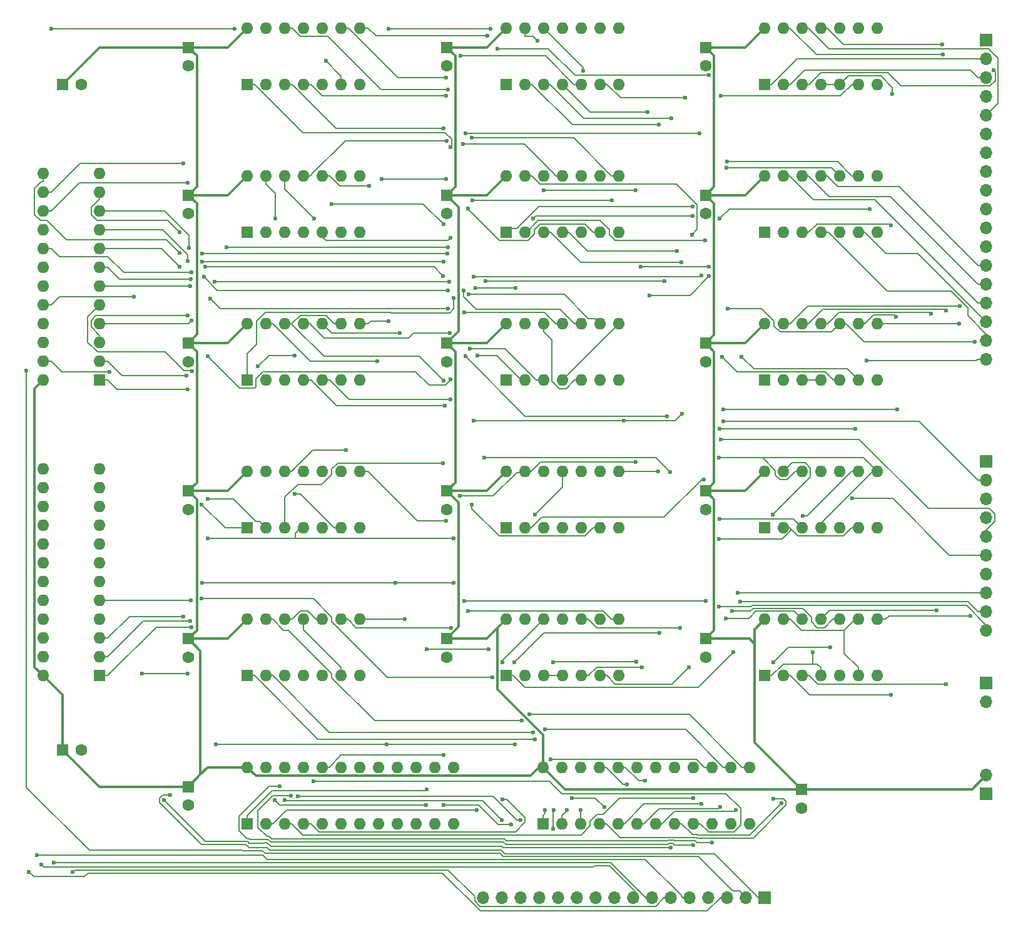
<source format=gbr>
G04 #@! TF.GenerationSoftware,KiCad,Pcbnew,8.0.8*
G04 #@! TF.CreationDate,2025-03-04T12:46:17-07:00*
G04 #@! TF.ProjectId,Decoder,4465636f-6465-4722-9e6b-696361645f70,0*
G04 #@! TF.SameCoordinates,Original*
G04 #@! TF.FileFunction,Copper,L1,Top*
G04 #@! TF.FilePolarity,Positive*
%FSLAX46Y46*%
G04 Gerber Fmt 4.6, Leading zero omitted, Abs format (unit mm)*
G04 Created by KiCad (PCBNEW 8.0.8) date 2025-03-04 12:46:17*
%MOMM*%
%LPD*%
G01*
G04 APERTURE LIST*
G04 #@! TA.AperFunction,ComponentPad*
%ADD10R,1.600000X1.600000*%
G04 #@! TD*
G04 #@! TA.AperFunction,ComponentPad*
%ADD11C,1.600000*%
G04 #@! TD*
G04 #@! TA.AperFunction,ComponentPad*
%ADD12O,1.600000X1.600000*%
G04 #@! TD*
G04 #@! TA.AperFunction,ComponentPad*
%ADD13R,1.700000X1.700000*%
G04 #@! TD*
G04 #@! TA.AperFunction,ComponentPad*
%ADD14O,1.700000X1.700000*%
G04 #@! TD*
G04 #@! TA.AperFunction,ViaPad*
%ADD15C,0.600000*%
G04 #@! TD*
G04 #@! TA.AperFunction,Conductor*
%ADD16C,0.319000*%
G04 #@! TD*
G04 #@! TA.AperFunction,Conductor*
%ADD17C,0.200000*%
G04 #@! TD*
G04 APERTURE END LIST*
D10*
X57040000Y-45455000D03*
D11*
X57040000Y-47955000D03*
D10*
X135040000Y-130455000D03*
D12*
X137580000Y-130455000D03*
X140120000Y-130455000D03*
X142660000Y-130455000D03*
X145200000Y-130455000D03*
X147740000Y-130455000D03*
X150280000Y-130455000D03*
X150280000Y-122835000D03*
X147740000Y-122835000D03*
X145200000Y-122835000D03*
X142660000Y-122835000D03*
X140120000Y-122835000D03*
X137580000Y-122835000D03*
X135040000Y-122835000D03*
D10*
X135040000Y-70455000D03*
D12*
X137580000Y-70455000D03*
X140120000Y-70455000D03*
X142660000Y-70455000D03*
X145200000Y-70455000D03*
X147740000Y-70455000D03*
X150280000Y-70455000D03*
X150280000Y-62835000D03*
X147740000Y-62835000D03*
X145200000Y-62835000D03*
X142660000Y-62835000D03*
X140120000Y-62835000D03*
X137580000Y-62835000D03*
X135040000Y-62835000D03*
D10*
X40040000Y-140455000D03*
D11*
X42540000Y-140455000D03*
D10*
X57040000Y-105455000D03*
D11*
X57040000Y-107955000D03*
D10*
X65040000Y-130455000D03*
D12*
X67580000Y-130455000D03*
X70120000Y-130455000D03*
X72660000Y-130455000D03*
X75200000Y-130455000D03*
X77740000Y-130455000D03*
X80280000Y-130455000D03*
X80280000Y-122835000D03*
X77740000Y-122835000D03*
X75200000Y-122835000D03*
X72660000Y-122835000D03*
X70120000Y-122835000D03*
X67580000Y-122835000D03*
X65040000Y-122835000D03*
D13*
X165040000Y-146455000D03*
D14*
X165040000Y-143915000D03*
D10*
X92040000Y-125455000D03*
D11*
X92040000Y-127955000D03*
D10*
X57040000Y-85455000D03*
D11*
X57040000Y-87955000D03*
D10*
X135040000Y-110455000D03*
D12*
X137580000Y-110455000D03*
X140120000Y-110455000D03*
X142660000Y-110455000D03*
X145200000Y-110455000D03*
X147740000Y-110455000D03*
X150280000Y-110455000D03*
X150280000Y-102835000D03*
X147740000Y-102835000D03*
X145200000Y-102835000D03*
X142660000Y-102835000D03*
X140120000Y-102835000D03*
X137580000Y-102835000D03*
X135040000Y-102835000D03*
D10*
X105040000Y-150455000D03*
D12*
X107580000Y-150455000D03*
X110120000Y-150455000D03*
X112660000Y-150455000D03*
X115200000Y-150455000D03*
X117740000Y-150455000D03*
X120280000Y-150455000D03*
X122820000Y-150455000D03*
X125360000Y-150455000D03*
X127900000Y-150455000D03*
X130440000Y-150455000D03*
X132980000Y-150455000D03*
X132980000Y-142835000D03*
X130440000Y-142835000D03*
X127900000Y-142835000D03*
X125360000Y-142835000D03*
X122820000Y-142835000D03*
X120280000Y-142835000D03*
X117740000Y-142835000D03*
X115200000Y-142835000D03*
X112660000Y-142835000D03*
X110120000Y-142835000D03*
X107580000Y-142835000D03*
X105040000Y-142835000D03*
D10*
X100040000Y-90455000D03*
D12*
X102580000Y-90455000D03*
X105120000Y-90455000D03*
X107660000Y-90455000D03*
X110200000Y-90455000D03*
X112740000Y-90455000D03*
X115280000Y-90455000D03*
X115280000Y-82835000D03*
X112740000Y-82835000D03*
X110200000Y-82835000D03*
X107660000Y-82835000D03*
X105120000Y-82835000D03*
X102580000Y-82835000D03*
X100040000Y-82835000D03*
D10*
X65040000Y-110455000D03*
D12*
X67580000Y-110455000D03*
X70120000Y-110455000D03*
X72660000Y-110455000D03*
X75200000Y-110455000D03*
X77740000Y-110455000D03*
X80280000Y-110455000D03*
X80280000Y-102835000D03*
X77740000Y-102835000D03*
X75200000Y-102835000D03*
X72660000Y-102835000D03*
X70120000Y-102835000D03*
X67580000Y-102835000D03*
X65040000Y-102835000D03*
D10*
X127040000Y-125455000D03*
D11*
X127040000Y-127955000D03*
D10*
X65040000Y-70455000D03*
D12*
X67580000Y-70455000D03*
X70120000Y-70455000D03*
X72660000Y-70455000D03*
X75200000Y-70455000D03*
X77740000Y-70455000D03*
X80280000Y-70455000D03*
X80280000Y-62835000D03*
X77740000Y-62835000D03*
X75200000Y-62835000D03*
X72660000Y-62835000D03*
X70120000Y-62835000D03*
X67580000Y-62835000D03*
X65040000Y-62835000D03*
D10*
X127040000Y-85455000D03*
D11*
X127040000Y-87955000D03*
D10*
X127040000Y-105455000D03*
D11*
X127040000Y-107955000D03*
D10*
X100040000Y-70455000D03*
D12*
X102580000Y-70455000D03*
X105120000Y-70455000D03*
X107660000Y-70455000D03*
X110200000Y-70455000D03*
X112740000Y-70455000D03*
X115280000Y-70455000D03*
X115280000Y-62835000D03*
X112740000Y-62835000D03*
X110200000Y-62835000D03*
X107660000Y-62835000D03*
X105120000Y-62835000D03*
X102580000Y-62835000D03*
X100040000Y-62835000D03*
D10*
X57040000Y-145455000D03*
D11*
X57040000Y-147955000D03*
D10*
X92040000Y-65455000D03*
D11*
X92040000Y-67955000D03*
D10*
X92040000Y-85455000D03*
D11*
X92040000Y-87955000D03*
D10*
X57040000Y-65455000D03*
D11*
X57040000Y-67955000D03*
D10*
X100040000Y-130455000D03*
D12*
X102580000Y-130455000D03*
X105120000Y-130455000D03*
X107660000Y-130455000D03*
X110200000Y-130455000D03*
X112740000Y-130455000D03*
X115280000Y-130455000D03*
X115280000Y-122835000D03*
X112740000Y-122835000D03*
X110200000Y-122835000D03*
X107660000Y-122835000D03*
X105120000Y-122835000D03*
X102580000Y-122835000D03*
X100040000Y-122835000D03*
D10*
X135040000Y-90455000D03*
D12*
X137580000Y-90455000D03*
X140120000Y-90455000D03*
X142660000Y-90455000D03*
X145200000Y-90455000D03*
X147740000Y-90455000D03*
X150280000Y-90455000D03*
X150280000Y-82835000D03*
X147740000Y-82835000D03*
X145200000Y-82835000D03*
X142660000Y-82835000D03*
X140120000Y-82835000D03*
X137580000Y-82835000D03*
X135040000Y-82835000D03*
D13*
X135040000Y-160455000D03*
D14*
X132500000Y-160455000D03*
X129960000Y-160455000D03*
X127420000Y-160455000D03*
X124880000Y-160455000D03*
X122340000Y-160455000D03*
X119800000Y-160455000D03*
X117260000Y-160455000D03*
X114720000Y-160455000D03*
X112180000Y-160455000D03*
X109640000Y-160455000D03*
X107100000Y-160455000D03*
X104560000Y-160455000D03*
X102020000Y-160455000D03*
X99480000Y-160455000D03*
X96940000Y-160455000D03*
D10*
X140065000Y-145849900D03*
D11*
X140065000Y-148349900D03*
D10*
X40040000Y-50455000D03*
D11*
X42540000Y-50455000D03*
D13*
X165040000Y-44455000D03*
D14*
X165040000Y-46995000D03*
X165040000Y-49535000D03*
X165040000Y-52075000D03*
X165040000Y-54615000D03*
X165040000Y-57155000D03*
X165040000Y-59695000D03*
X165040000Y-62235000D03*
X165040000Y-64775000D03*
X165040000Y-67315000D03*
X165040000Y-69855000D03*
X165040000Y-72395000D03*
X165040000Y-74935000D03*
X165040000Y-77475000D03*
X165040000Y-80015000D03*
X165040000Y-82555000D03*
X165040000Y-85095000D03*
X165040000Y-87635000D03*
D10*
X92040000Y-105455000D03*
D11*
X92040000Y-107955000D03*
D10*
X127040000Y-45455000D03*
D11*
X127040000Y-47955000D03*
D10*
X57040000Y-125455000D03*
D11*
X57040000Y-127955000D03*
D10*
X100040000Y-50455000D03*
D12*
X102580000Y-50455000D03*
X105120000Y-50455000D03*
X107660000Y-50455000D03*
X110200000Y-50455000D03*
X112740000Y-50455000D03*
X115280000Y-50455000D03*
X115280000Y-42835000D03*
X112740000Y-42835000D03*
X110200000Y-42835000D03*
X107660000Y-42835000D03*
X105120000Y-42835000D03*
X102580000Y-42835000D03*
X100040000Y-42835000D03*
D10*
X45040000Y-90455000D03*
D12*
X45040000Y-87915000D03*
X45040000Y-85375000D03*
X45040000Y-82835000D03*
X45040000Y-80295000D03*
X45040000Y-77755000D03*
X45040000Y-75215000D03*
X45040000Y-72675000D03*
X45040000Y-70135000D03*
X45040000Y-67595000D03*
X45040000Y-65055000D03*
X45040000Y-62515000D03*
X37420000Y-62515000D03*
X37420000Y-65055000D03*
X37420000Y-67595000D03*
X37420000Y-70135000D03*
X37420000Y-72675000D03*
X37420000Y-75215000D03*
X37420000Y-77755000D03*
X37420000Y-80295000D03*
X37420000Y-82835000D03*
X37420000Y-85375000D03*
X37420000Y-87915000D03*
X37420000Y-90455000D03*
D10*
X65040000Y-150455000D03*
D12*
X67580000Y-150455000D03*
X70120000Y-150455000D03*
X72660000Y-150455000D03*
X75200000Y-150455000D03*
X77740000Y-150455000D03*
X80280000Y-150455000D03*
X82820000Y-150455000D03*
X85360000Y-150455000D03*
X87900000Y-150455000D03*
X90440000Y-150455000D03*
X92980000Y-150455000D03*
X92980000Y-142835000D03*
X90440000Y-142835000D03*
X87900000Y-142835000D03*
X85360000Y-142835000D03*
X82820000Y-142835000D03*
X80280000Y-142835000D03*
X77740000Y-142835000D03*
X75200000Y-142835000D03*
X72660000Y-142835000D03*
X70120000Y-142835000D03*
X67580000Y-142835000D03*
X65040000Y-142835000D03*
D10*
X65040000Y-50455000D03*
D12*
X67580000Y-50455000D03*
X70120000Y-50455000D03*
X72660000Y-50455000D03*
X75200000Y-50455000D03*
X77740000Y-50455000D03*
X80280000Y-50455000D03*
X80280000Y-42835000D03*
X77740000Y-42835000D03*
X75200000Y-42835000D03*
X72660000Y-42835000D03*
X70120000Y-42835000D03*
X67580000Y-42835000D03*
X65040000Y-42835000D03*
D10*
X100040000Y-110455000D03*
D12*
X102580000Y-110455000D03*
X105120000Y-110455000D03*
X107660000Y-110455000D03*
X110200000Y-110455000D03*
X112740000Y-110455000D03*
X115280000Y-110455000D03*
X115280000Y-102835000D03*
X112740000Y-102835000D03*
X110200000Y-102835000D03*
X107660000Y-102835000D03*
X105120000Y-102835000D03*
X102580000Y-102835000D03*
X100040000Y-102835000D03*
D10*
X92040000Y-45455000D03*
D11*
X92040000Y-47955000D03*
D13*
X165040000Y-131455000D03*
D14*
X165040000Y-133995000D03*
D10*
X65040000Y-90455000D03*
D12*
X67580000Y-90455000D03*
X70120000Y-90455000D03*
X72660000Y-90455000D03*
X75200000Y-90455000D03*
X77740000Y-90455000D03*
X80280000Y-90455000D03*
X80280000Y-82835000D03*
X77740000Y-82835000D03*
X75200000Y-82835000D03*
X72660000Y-82835000D03*
X70120000Y-82835000D03*
X67580000Y-82835000D03*
X65040000Y-82835000D03*
D10*
X135040000Y-50455000D03*
D12*
X137580000Y-50455000D03*
X140120000Y-50455000D03*
X142660000Y-50455000D03*
X145200000Y-50455000D03*
X147740000Y-50455000D03*
X150280000Y-50455000D03*
X150280000Y-42835000D03*
X147740000Y-42835000D03*
X145200000Y-42835000D03*
X142660000Y-42835000D03*
X140120000Y-42835000D03*
X137580000Y-42835000D03*
X135040000Y-42835000D03*
D13*
X165040000Y-101455000D03*
D14*
X165040000Y-103995000D03*
X165040000Y-106535000D03*
X165040000Y-109075000D03*
X165040000Y-111615000D03*
X165040000Y-114155000D03*
X165040000Y-116695000D03*
X165040000Y-119235000D03*
X165040000Y-121775000D03*
X165040000Y-124315000D03*
D10*
X45040000Y-130455000D03*
D12*
X45040000Y-127915000D03*
X45040000Y-125375000D03*
X45040000Y-122835000D03*
X45040000Y-120295000D03*
X45040000Y-117755000D03*
X45040000Y-115215000D03*
X45040000Y-112675000D03*
X45040000Y-110135000D03*
X45040000Y-107595000D03*
X45040000Y-105055000D03*
X45040000Y-102515000D03*
X37420000Y-102515000D03*
X37420000Y-105055000D03*
X37420000Y-107595000D03*
X37420000Y-110135000D03*
X37420000Y-112675000D03*
X37420000Y-115215000D03*
X37420000Y-117755000D03*
X37420000Y-120295000D03*
X37420000Y-122835000D03*
X37420000Y-125375000D03*
X37420000Y-127915000D03*
X37420000Y-130455000D03*
D10*
X127040000Y-65455000D03*
D11*
X127040000Y-67955000D03*
D15*
X122367300Y-153716800D03*
X46419700Y-89326500D03*
X53760400Y-147289700D03*
X116383600Y-145141200D03*
X41369300Y-157000000D03*
X113317600Y-148218400D03*
X108983400Y-147013200D03*
X118880300Y-144661100D03*
X36559000Y-154685200D03*
X54581700Y-146555400D03*
X49678000Y-79193300D03*
X35500000Y-157000000D03*
X102020000Y-149970100D03*
X71879000Y-146712500D03*
X37165400Y-156000000D03*
X106430200Y-151178500D03*
X106491900Y-148628000D03*
X70120000Y-147290100D03*
X99480000Y-149960300D03*
X100750000Y-150576400D03*
X91585700Y-141174200D03*
X91585700Y-147917000D03*
X89189400Y-147936000D03*
X68728600Y-147289600D03*
X38825000Y-155725300D03*
X35165000Y-89155000D03*
X152957400Y-94465200D03*
X129440400Y-94465200D03*
X163484100Y-85244000D03*
X130061700Y-80779600D03*
X159546200Y-131574200D03*
X97481400Y-43905400D03*
X152811200Y-81902000D03*
X152335200Y-51788700D03*
X98869900Y-45633800D03*
X127527200Y-49259300D03*
X94529000Y-87271900D03*
X131353400Y-119235000D03*
X121864500Y-95360200D03*
X92480500Y-84068500D03*
X158288100Y-121648600D03*
X146873900Y-106456400D03*
X131725600Y-120458000D03*
X129104600Y-98452200D03*
X122414500Y-55019800D03*
X162925100Y-122379700D03*
X91972900Y-109492800D03*
X127051400Y-120370700D03*
X94352300Y-120370700D03*
X128867100Y-121089400D03*
X129441100Y-96033000D03*
X123798900Y-74496100D03*
X161370700Y-82835000D03*
X159199500Y-46431900D03*
X157515300Y-81487400D03*
X148843400Y-87838600D03*
X161449200Y-80474500D03*
X159580200Y-81083700D03*
X159085200Y-45033100D03*
X166021200Y-48581800D03*
X57504500Y-82397000D03*
X94351000Y-81280300D03*
X92152200Y-78360700D03*
X59145700Y-76520300D03*
X56971700Y-74346300D03*
X92523700Y-90359500D03*
X55846900Y-75125000D03*
X59713100Y-87272200D03*
X58869900Y-107278500D03*
X56960400Y-91685700D03*
X91593000Y-74422700D03*
X94335800Y-78374200D03*
X58881700Y-74422700D03*
X57119300Y-72617300D03*
X57009900Y-81718200D03*
X63348000Y-42994300D03*
X38552100Y-42994300D03*
X60628400Y-77132200D03*
X57507700Y-75915300D03*
X125290700Y-68277000D03*
X92375400Y-77132200D03*
X129856800Y-61716500D03*
X103692100Y-68639400D03*
X91543300Y-76376900D03*
X95130700Y-86233000D03*
X55839100Y-73225100D03*
X59343900Y-75125900D03*
X59680800Y-106504100D03*
X56830400Y-89834500D03*
X56957900Y-63764900D03*
X58877000Y-73371300D03*
X92121400Y-73371300D03*
X94962300Y-78883100D03*
X55835800Y-70478400D03*
X96133200Y-87120100D03*
X92157700Y-80769500D03*
X57395600Y-76835100D03*
X60038500Y-79478000D03*
X57535000Y-89283900D03*
X147341100Y-97086100D03*
X128906300Y-97086100D03*
X123187600Y-72977600D03*
X92985500Y-79357400D03*
X125217700Y-70784300D03*
X92519000Y-58949800D03*
X56348600Y-61180300D03*
X129260100Y-87275600D03*
X95955300Y-78019100D03*
X57315300Y-77755000D03*
X62227900Y-72532100D03*
X101307700Y-78019100D03*
X92177000Y-72532100D03*
X117624300Y-64766300D03*
X93764400Y-106148100D03*
X57439700Y-123888900D03*
X105120000Y-64766300D03*
X91547200Y-101722200D03*
X117624300Y-101532400D03*
X56405000Y-122421500D03*
X58933200Y-117868100D03*
X92947000Y-117868100D03*
X85104900Y-117868100D03*
X83850200Y-139690200D03*
X60786700Y-139690200D03*
X50811700Y-130125300D03*
X56997000Y-130125300D03*
X101251500Y-139690200D03*
X81510600Y-64209500D03*
X130766600Y-127285900D03*
X140190200Y-108819700D03*
X58861500Y-120034800D03*
X57407400Y-120295000D03*
X98203700Y-130688700D03*
X57283300Y-123061200D03*
X126810000Y-103900600D03*
X59680800Y-111882700D03*
X92971000Y-111882700D03*
X143930000Y-126572700D03*
X136212400Y-128624600D03*
X136212400Y-147050900D03*
X125360700Y-153351600D03*
X69405700Y-145431800D03*
X126463000Y-147797900D03*
X118226100Y-75097800D03*
X127536700Y-75097800D03*
X127900000Y-153019900D03*
X70920200Y-146677700D03*
X136168400Y-108624600D03*
X131173500Y-148609300D03*
X110155600Y-148615800D03*
X108251900Y-148614700D03*
X129006900Y-148181800D03*
X127497900Y-76432500D03*
X119409600Y-78991700D03*
X123597900Y-123972900D03*
X105349600Y-148615100D03*
X117656000Y-128563800D03*
X106428700Y-128639400D03*
X106116100Y-141733300D03*
X103982600Y-139034400D03*
X103726200Y-138095700D03*
X105275600Y-137731700D03*
X73984100Y-144755700D03*
X137332700Y-147652700D03*
X103210800Y-135671700D03*
X102187300Y-136546800D03*
X74098300Y-68639000D03*
X85706600Y-84116100D03*
X68850000Y-68625900D03*
X82650700Y-87941100D03*
X120764800Y-124619700D03*
X101141700Y-128620300D03*
X99574400Y-147154900D03*
X97681000Y-126846200D03*
X89332100Y-145837000D03*
X89332100Y-126846200D03*
X125417100Y-147011200D03*
X99569500Y-128621200D03*
X96106400Y-148573900D03*
X86313400Y-122835000D03*
X93881400Y-46577100D03*
X94859800Y-121677000D03*
X92582900Y-123953900D03*
X78401500Y-99911900D03*
X71481100Y-105898900D03*
X71479500Y-87121700D03*
X66459700Y-88616900D03*
X84105700Y-82454400D03*
X97939500Y-42963800D03*
X84105700Y-42963800D03*
X95664400Y-95966100D03*
X116003200Y-95966100D03*
X128890600Y-100967600D03*
X141548900Y-127293100D03*
X92538100Y-93072300D03*
X123884100Y-95033400D03*
X97120900Y-100929900D03*
X122240500Y-102904600D03*
X128882400Y-111967000D03*
X91564500Y-90533600D03*
X95426700Y-107277300D03*
X91725400Y-93926500D03*
X97244700Y-77105500D03*
X128946400Y-109234700D03*
X92569400Y-71222600D03*
X121450300Y-77105500D03*
X92059100Y-58104400D03*
X75675400Y-47288700D03*
X126498700Y-76319600D03*
X91557300Y-69376600D03*
X131904500Y-87289400D03*
X95665700Y-76491100D03*
X76470000Y-66645700D03*
X94903000Y-67278100D03*
X91968400Y-63247700D03*
X83179600Y-63247700D03*
X92172000Y-51165000D03*
X129978300Y-60903900D03*
X126190300Y-57115900D03*
X94578400Y-57115900D03*
X91565800Y-56378100D03*
X95504700Y-66132200D03*
X114380000Y-66132200D03*
X91925200Y-49551200D03*
X95374500Y-57719800D03*
X91961500Y-52009700D03*
X94242200Y-58560600D03*
X110455400Y-48636900D03*
X120731500Y-55918800D03*
X124261100Y-52295000D03*
X124804900Y-129273900D03*
X104312800Y-44567800D03*
X119229500Y-54222400D03*
X129748600Y-122700400D03*
X128971400Y-68631300D03*
X149296300Y-67347100D03*
X127001700Y-71558000D03*
X125274600Y-66976700D03*
X129104600Y-52028700D03*
X103945500Y-108635300D03*
X118433200Y-129318500D03*
X130630200Y-121721000D03*
X120614700Y-102835000D03*
X152140000Y-133001100D03*
X152140000Y-69574200D03*
D16*
X62420000Y-105455000D02*
X65040000Y-102835000D01*
X40040000Y-140455000D02*
X40040000Y-133075000D01*
X58199500Y-84295000D02*
X58199500Y-66615000D01*
X165040000Y-143915000D02*
X163105000Y-145849900D01*
X62420000Y-65455000D02*
X65040000Y-62835000D01*
X108055000Y-145849900D02*
X105040000Y-142835000D01*
X58199500Y-104295000D02*
X58199500Y-86615000D01*
X58665000Y-143830000D02*
X57040000Y-145455000D01*
X92040000Y-65455000D02*
X93199500Y-64295000D01*
X127040000Y-85455000D02*
X128165000Y-84330000D01*
X92040000Y-65455000D02*
X97420000Y-65455000D01*
X65040000Y-142835000D02*
X59660000Y-142835000D01*
X45040000Y-45455000D02*
X40040000Y-50455000D01*
X62420000Y-85455000D02*
X65040000Y-82835000D01*
X128199000Y-104295000D02*
X128199000Y-86615000D01*
X57040000Y-85455000D02*
X62420000Y-85455000D01*
X58199500Y-46615000D02*
X57040000Y-45455000D01*
X37420000Y-130455000D02*
X36260500Y-129295500D01*
X97420000Y-85455000D02*
X100040000Y-82835000D01*
X66199500Y-143994500D02*
X65040000Y-142835000D01*
X97420000Y-65455000D02*
X100040000Y-62835000D01*
X57040000Y-65455000D02*
X58199500Y-64295000D01*
X92040000Y-125455000D02*
X93665000Y-123830000D01*
X57040000Y-125455000D02*
X58199500Y-124295500D01*
X92040000Y-85455000D02*
X93665000Y-83830000D01*
X93665000Y-83830000D02*
X93665000Y-67080000D01*
X128199000Y-46615000D02*
X127040000Y-45455000D01*
X105040000Y-142835000D02*
X104485000Y-142835000D01*
X92040000Y-125455000D02*
X97420000Y-125455000D01*
X57040000Y-65455000D02*
X62420000Y-65455000D01*
X133665000Y-126155000D02*
X133665000Y-124155000D01*
X132965000Y-125455000D02*
X133665000Y-126155000D01*
X92040000Y-105455000D02*
X93199500Y-104295000D01*
X103325500Y-143994500D02*
X66199500Y-143994500D01*
X128199000Y-83621000D02*
X128199000Y-66615000D01*
X133665000Y-139449900D02*
X133665000Y-126155000D01*
X57040000Y-105455000D02*
X58199500Y-104295000D01*
X128165000Y-83655000D02*
X128199000Y-83621000D01*
X104485000Y-142835000D02*
X103325500Y-143994500D01*
X57040000Y-85455000D02*
X58199500Y-84295000D01*
X105040000Y-142835000D02*
X105040000Y-138455000D01*
X105040000Y-138455000D02*
X98880500Y-132295500D01*
X133720000Y-124155000D02*
X135040000Y-122835000D01*
X93665000Y-107080000D02*
X92040000Y-105455000D01*
X92040000Y-105455000D02*
X97420000Y-105455000D01*
X127040000Y-105455000D02*
X128199000Y-104295000D01*
X92040000Y-45455000D02*
X97420000Y-45455000D01*
X127040000Y-65455000D02*
X128199000Y-64295000D01*
X98880500Y-123994500D02*
X100040000Y-122835000D01*
X58665000Y-127080000D02*
X57040000Y-125455000D01*
X57040000Y-145455000D02*
X45040000Y-145455000D01*
X128199000Y-106615000D02*
X127040000Y-105455000D01*
X93199500Y-86615000D02*
X92040000Y-85455000D01*
X132420000Y-65455000D02*
X135040000Y-62835000D01*
X140065000Y-145849900D02*
X108055000Y-145849900D01*
X97420000Y-105455000D02*
X100040000Y-102835000D01*
X97420000Y-45455000D02*
X100040000Y-42835000D01*
X128199000Y-86615000D02*
X127040000Y-85455000D01*
X58199500Y-66615000D02*
X57040000Y-65455000D01*
X97420000Y-125455000D02*
X98880500Y-123994500D01*
X57040000Y-105455000D02*
X62420000Y-105455000D01*
X140065000Y-145849900D02*
X133665000Y-139449900D01*
X59660000Y-142835000D02*
X58665000Y-143830000D01*
X92040000Y-85455000D02*
X97420000Y-85455000D01*
X128199000Y-66615000D02*
X127040000Y-65455000D01*
X127040000Y-125455000D02*
X132965000Y-125455000D01*
X98880500Y-123994500D02*
X100040000Y-122835000D01*
X133665000Y-124155000D02*
X133720000Y-124155000D01*
X93199500Y-46615000D02*
X92040000Y-45455000D01*
X128199000Y-64295000D02*
X128199000Y-46615000D01*
X93199500Y-64295000D02*
X93199500Y-46615000D01*
X132420000Y-105455000D02*
X135040000Y-102835000D01*
X58665000Y-143830000D02*
X58665000Y-127080000D01*
X93199500Y-104295000D02*
X93199500Y-86615000D01*
X36260500Y-91615000D02*
X37420000Y-90455000D01*
X128165000Y-84330000D02*
X128165000Y-83655000D01*
X127040000Y-45455000D02*
X132420000Y-45455000D01*
X36260500Y-129295500D02*
X36260500Y-91615000D01*
X93665000Y-123830000D02*
X93665000Y-107080000D01*
X128199000Y-124295500D02*
X128199000Y-106615000D01*
X58199500Y-124295500D02*
X58199500Y-106615000D01*
X132420000Y-85455000D02*
X135040000Y-82835000D01*
X98880500Y-132295500D02*
X98880500Y-123994500D01*
X127040000Y-85455000D02*
X132420000Y-85455000D01*
X163105000Y-145849900D02*
X140065000Y-145849900D01*
X62420000Y-45455000D02*
X65040000Y-42835000D01*
X57040000Y-45455000D02*
X62420000Y-45455000D01*
X127040000Y-65455000D02*
X132420000Y-65455000D01*
X62420000Y-125455000D02*
X65040000Y-122835000D01*
X40040000Y-133075000D02*
X37420000Y-130455000D01*
X57040000Y-125455000D02*
X62420000Y-125455000D01*
X58199500Y-86615000D02*
X57040000Y-85455000D01*
X45040000Y-145455000D02*
X40040000Y-140455000D01*
X132420000Y-45455000D02*
X135040000Y-42835000D01*
X58199500Y-64295000D02*
X58199500Y-46615000D01*
X127040000Y-105455000D02*
X132420000Y-105455000D01*
X127040000Y-125455000D02*
X128199000Y-124295500D01*
X57040000Y-45455000D02*
X45040000Y-45455000D01*
X93665000Y-67080000D02*
X92040000Y-65455000D01*
X57040000Y-145455000D02*
X58665000Y-143830000D01*
X58199500Y-106615000D02*
X57040000Y-105455000D01*
D17*
X99454900Y-153515800D02*
X68193400Y-153515800D01*
X67673900Y-152996300D02*
X67341300Y-152996300D01*
X59349300Y-152878600D02*
X53760400Y-147289700D01*
X68193400Y-153515800D02*
X67673900Y-152996300D01*
X46419700Y-89326500D02*
X39933200Y-89326500D01*
X37420000Y-87915000D02*
X38521700Y-87915000D01*
X67270700Y-153066900D02*
X65290800Y-153066900D01*
X39933200Y-89326500D02*
X38521700Y-87915000D01*
X65102500Y-152878600D02*
X59349300Y-152878600D01*
X99655900Y-153716800D02*
X99454900Y-153515800D01*
X122367300Y-153716800D02*
X99655900Y-153716800D01*
X65290800Y-153066900D02*
X65102500Y-152878600D01*
X67341300Y-152996300D02*
X67270700Y-153066900D01*
X115930200Y-145141200D02*
X116383600Y-145141200D01*
X113624000Y-142835000D02*
X115930200Y-145141200D01*
X112660000Y-142835000D02*
X113624000Y-142835000D01*
X96485854Y-161627200D02*
X98500000Y-161627200D01*
X41369300Y-157000000D02*
X41644000Y-156725300D01*
X120260600Y-161627200D02*
X98500000Y-161627200D01*
X121432800Y-160455000D02*
X120260600Y-161627200D01*
X95790000Y-160290000D02*
X95790000Y-160931346D01*
X92225300Y-156725300D02*
X95790000Y-160290000D01*
X41644000Y-156725300D02*
X92225300Y-156725300D01*
X122340000Y-160455000D02*
X121432800Y-160455000D01*
X95790000Y-160931346D02*
X96485854Y-161627200D01*
X113317600Y-148218400D02*
X112112400Y-147013200D01*
X112112400Y-147013200D02*
X108983400Y-147013200D01*
X117990100Y-144661100D02*
X118880300Y-144661100D01*
X116164000Y-142835000D02*
X117990100Y-144661100D01*
X115200000Y-142835000D02*
X116164000Y-142835000D01*
X124880000Y-160455000D02*
X123965000Y-160455000D01*
X67729200Y-155323600D02*
X118882800Y-155323600D01*
X123965000Y-160455000D02*
X123728300Y-160218300D01*
X36559000Y-154685200D02*
X67090800Y-154685200D01*
X118882800Y-155323600D02*
X123728300Y-160169100D01*
X123728300Y-160169100D02*
X123728300Y-160218300D01*
X67090800Y-154685200D02*
X67729200Y-155323600D01*
X64865400Y-153280300D02*
X58837400Y-153280300D01*
X58837400Y-153280300D02*
X53144200Y-147587100D01*
X128241400Y-154520200D02*
X99889100Y-154520200D01*
X39623400Y-79193300D02*
X49678000Y-79193300D01*
X38521700Y-80295000D02*
X39623400Y-79193300D01*
X37420000Y-80295000D02*
X38521700Y-80295000D01*
X135040000Y-160455000D02*
X134176200Y-160455000D01*
X67719300Y-153680500D02*
X65265600Y-153680500D01*
X53144200Y-147587100D02*
X53144200Y-147007300D01*
X68068400Y-154029600D02*
X67719300Y-153680500D01*
X99398500Y-154029600D02*
X68068400Y-154029600D01*
X99889100Y-154520200D02*
X99398500Y-154029600D01*
X53144200Y-147007300D02*
X53596100Y-146555400D01*
X65265600Y-153680500D02*
X64865400Y-153280300D01*
X53596100Y-146555400D02*
X54581700Y-146555400D01*
X134176200Y-160455000D02*
X128241400Y-154520200D01*
X91418269Y-157125300D02*
X43500000Y-157125300D01*
X36100000Y-157600000D02*
X35500000Y-157000000D01*
X127280100Y-162271100D02*
X96564069Y-162271100D01*
X129096200Y-160455000D02*
X127280100Y-162271100D01*
X129960000Y-160455000D02*
X129096200Y-160455000D01*
X96564069Y-162271100D02*
X91418269Y-157125300D01*
X43500000Y-157125300D02*
X43025300Y-157600000D01*
X43025300Y-157600000D02*
X36100000Y-157600000D01*
X71879000Y-146712500D02*
X98281200Y-146712500D01*
X101538800Y-149970100D02*
X102020000Y-149970100D01*
X98281200Y-146712500D02*
X101538800Y-149970100D01*
X117500000Y-159603886D02*
X114021414Y-156125300D01*
X111800000Y-156325300D02*
X37490700Y-156325300D01*
X117260000Y-160455000D02*
X117500000Y-160215000D01*
X112000000Y-156125300D02*
X111800000Y-156325300D01*
X117500000Y-160215000D02*
X117500000Y-159603886D01*
X114021414Y-156125300D02*
X112000000Y-156125300D01*
X37490700Y-156325300D02*
X37165400Y-156000000D01*
X106430200Y-151178500D02*
X106430200Y-148689700D01*
X106430200Y-148689700D02*
X106491900Y-148628000D01*
X70120000Y-147290100D02*
X70145100Y-147315200D01*
X96834900Y-147315200D02*
X99480000Y-149960300D01*
X70145100Y-147315200D02*
X96834900Y-147315200D01*
X98960100Y-150576400D02*
X96300700Y-147917000D01*
X100750000Y-150576400D02*
X98960100Y-150576400D01*
X77734200Y-141174200D02*
X91585700Y-141174200D01*
X76073400Y-142835000D02*
X77734200Y-141174200D01*
X75200000Y-142835000D02*
X76073400Y-142835000D01*
X96300700Y-147917000D02*
X91585700Y-147917000D01*
X68728600Y-147289600D02*
X69375000Y-147936000D01*
X69375000Y-147936000D02*
X89189400Y-147936000D01*
X118916800Y-160455000D02*
X114187100Y-155725300D01*
X114187100Y-155725300D02*
X38825000Y-155725300D01*
X119800000Y-160455000D02*
X118916800Y-160455000D01*
X67458700Y-154485100D02*
X99196100Y-154485100D01*
X67057300Y-154083700D02*
X67458700Y-154485100D01*
X35165000Y-145550500D02*
X35165000Y-89155000D01*
X99196100Y-154485100D02*
X99632900Y-154921900D01*
X43665000Y-154050500D02*
X35165000Y-145550500D01*
X64403400Y-154083700D02*
X67057300Y-154083700D01*
X131624100Y-159579100D02*
X130740900Y-159579100D01*
X132500000Y-160455000D02*
X131624100Y-159579100D01*
X43665000Y-154050500D02*
X64370200Y-154050500D01*
X99632900Y-154921900D02*
X126083700Y-154921900D01*
X126083700Y-154921900D02*
X130740900Y-159579100D01*
X64370200Y-154050500D02*
X64403400Y-154083700D01*
X152957400Y-94465200D02*
X129440400Y-94465200D01*
X134576900Y-80779600D02*
X130061700Y-80779600D01*
X137122100Y-83947100D02*
X136310000Y-83135000D01*
X145200000Y-82835000D02*
X144087900Y-83947100D01*
X146073400Y-82835000D02*
X148482400Y-85244000D01*
X144087900Y-83947100D02*
X137122100Y-83947100D01*
X148482400Y-85244000D02*
X163484100Y-85244000D01*
X136310000Y-83135000D02*
X136310000Y-82512700D01*
X145200000Y-82835000D02*
X146073400Y-82835000D01*
X136310000Y-82512700D02*
X134576900Y-80779600D01*
X140120000Y-130455000D02*
X141084000Y-130455000D01*
X141084000Y-130455000D02*
X142203200Y-131574200D01*
X142203200Y-131574200D02*
X159546200Y-131574200D01*
X98869900Y-45633800D02*
X105776900Y-45633800D01*
X148613400Y-82835000D02*
X149761300Y-81687100D01*
X80280000Y-42835000D02*
X81381700Y-42835000D01*
X142660000Y-50455000D02*
X145200000Y-50455000D01*
X146343900Y-49311100D02*
X145200000Y-50455000D01*
X149761300Y-81687100D02*
X152596300Y-81687100D01*
X81381700Y-42835000D02*
X82452100Y-43905400D01*
X152596300Y-81687100D02*
X152811200Y-81902000D01*
X109402400Y-49259300D02*
X127527200Y-49259300D01*
X152335200Y-50881300D02*
X150765000Y-49311100D01*
X152335200Y-51788700D02*
X152335200Y-50881300D01*
X150765000Y-49311100D02*
X146343900Y-49311100D01*
X105776900Y-45633800D02*
X109402400Y-49259300D01*
X147740000Y-82835000D02*
X148613400Y-82835000D01*
X82452100Y-43905400D02*
X97481400Y-43905400D01*
X165040000Y-119235000D02*
X131353400Y-119235000D01*
X92480500Y-84068500D02*
X87515300Y-84068500D01*
X86819900Y-84763900D02*
X75462300Y-84763900D01*
X87515300Y-84068500D02*
X86819900Y-84763900D01*
X72660000Y-82835000D02*
X73538400Y-82835000D01*
X75462300Y-84763900D02*
X73761700Y-83063300D01*
X121864500Y-95360200D02*
X102617300Y-95360200D01*
X73761700Y-83063300D02*
X73761700Y-83058300D01*
X102617300Y-95360200D02*
X94529000Y-87271900D01*
X73538400Y-82835000D02*
X73761700Y-83058300D01*
X142660000Y-122835000D02*
X143846400Y-121648600D01*
X143846400Y-121648600D02*
X158288100Y-121648600D01*
X152345500Y-106456400D02*
X146873900Y-106456400D01*
X160044100Y-114155000D02*
X152345500Y-106456400D01*
X165040000Y-114155000D02*
X160044100Y-114155000D01*
X162571300Y-120458000D02*
X131725600Y-120458000D01*
X165040000Y-121775000D02*
X163888300Y-121775000D01*
X163888300Y-121775000D02*
X162571300Y-120458000D01*
X166191700Y-108562600D02*
X165434100Y-107805000D01*
X110558200Y-55019800D02*
X122414500Y-55019800D01*
X105993400Y-50455000D02*
X110558200Y-55019800D01*
X147854400Y-98452200D02*
X129104600Y-98452200D01*
X105120000Y-50455000D02*
X105993400Y-50455000D01*
X165040000Y-110751300D02*
X166191700Y-109599600D01*
X165040000Y-111615000D02*
X165040000Y-110751300D01*
X150280000Y-122835000D02*
X151381700Y-122835000D01*
X151381700Y-122835000D02*
X151837000Y-122379700D01*
X151837000Y-122379700D02*
X162925100Y-122379700D01*
X157207200Y-107805000D02*
X147854400Y-98452200D01*
X165434100Y-107805000D02*
X157207200Y-107805000D01*
X166191700Y-109599600D02*
X166191700Y-108562600D01*
X165040000Y-123599900D02*
X162357700Y-120917600D01*
X88039500Y-109492800D02*
X91972900Y-109492800D01*
X133141300Y-121089400D02*
X128867100Y-121089400D01*
X127051400Y-120370700D02*
X94352300Y-120370700D01*
X165040000Y-124315000D02*
X165040000Y-123599900D01*
X162357700Y-120917600D02*
X133313100Y-120917600D01*
X133313100Y-120917600D02*
X133141300Y-121089400D01*
X80280000Y-102835000D02*
X81381700Y-102835000D01*
X81381700Y-102835000D02*
X88039500Y-109492800D01*
X106084000Y-70455000D02*
X110125100Y-74496100D01*
X163888300Y-103995000D02*
X155926300Y-96033000D01*
X110125100Y-74496100D02*
X123798900Y-74496100D01*
X155926300Y-96033000D02*
X129441100Y-96033000D01*
X165040000Y-103995000D02*
X163888300Y-103995000D01*
X105120000Y-70455000D02*
X106084000Y-70455000D01*
X150280000Y-82835000D02*
X161370700Y-82835000D01*
X139425400Y-47033600D02*
X165001400Y-47033600D01*
X165001400Y-47033600D02*
X165040000Y-46995000D01*
X135040000Y-50455000D02*
X136004000Y-50455000D01*
X136004000Y-50455000D02*
X139425400Y-47033600D01*
X142050300Y-46431900D02*
X159199500Y-46431900D01*
X137580000Y-42835000D02*
X138453400Y-42835000D01*
X138453400Y-42835000D02*
X142050300Y-46431900D01*
X142660000Y-70455000D02*
X143641800Y-70455000D01*
X162504900Y-81766200D02*
X165040000Y-84301300D01*
X160269200Y-78443500D02*
X162504900Y-80679200D01*
X143641800Y-70455000D02*
X151630300Y-78443500D01*
X151630300Y-78443500D02*
X160269200Y-78443500D01*
X162504900Y-80679200D02*
X162504900Y-81766200D01*
X165040000Y-84301300D02*
X165040000Y-85095000D01*
X145105800Y-81285400D02*
X157313300Y-81285400D01*
X157313300Y-81285400D02*
X157515300Y-81487400D01*
X142660000Y-82835000D02*
X143556200Y-82835000D01*
X143556200Y-82835000D02*
X145105800Y-81285400D01*
X151471100Y-73312700D02*
X155797700Y-73312700D01*
X155797700Y-73312700D02*
X165040000Y-82555000D01*
X148613400Y-70455000D02*
X151471100Y-73312700D01*
X147740000Y-70455000D02*
X148613400Y-70455000D01*
X165348300Y-45634800D02*
X166632700Y-46919200D01*
X140993400Y-42835000D02*
X143793200Y-45634800D01*
X166632700Y-46919200D02*
X166632700Y-53022300D01*
X143793200Y-45634800D02*
X165348300Y-45634800D01*
X166632700Y-53022300D02*
X165040000Y-54615000D01*
X140120000Y-42835000D02*
X140993400Y-42835000D01*
X138544000Y-50455000D02*
X140491300Y-48507700D01*
X140491300Y-48507700D02*
X162861000Y-48507700D01*
X163888300Y-49535000D02*
X165040000Y-49535000D01*
X137580000Y-50455000D02*
X138544000Y-50455000D01*
X162861000Y-48507700D02*
X163888300Y-49535000D01*
X163888300Y-87635000D02*
X163684700Y-87838600D01*
X165040000Y-87635000D02*
X163888300Y-87635000D01*
X163684700Y-87838600D02*
X148843400Y-87838600D01*
X137580000Y-82835000D02*
X138544000Y-82835000D01*
X138544000Y-82835000D02*
X140904500Y-80474500D01*
X140904500Y-80474500D02*
X161449200Y-80474500D01*
X138453400Y-62835000D02*
X141665900Y-66047500D01*
X149920800Y-66047500D02*
X163888300Y-80015000D01*
X137580000Y-62835000D02*
X138453400Y-62835000D01*
X141665900Y-66047500D02*
X149920800Y-66047500D01*
X163888300Y-80015000D02*
X165040000Y-80015000D01*
X140993400Y-82835000D02*
X142944800Y-80883600D01*
X140120000Y-82835000D02*
X140993400Y-82835000D01*
X142944800Y-80883600D02*
X159380100Y-80883600D01*
X159380100Y-80883600D02*
X159580200Y-81083700D01*
X142660000Y-42835000D02*
X143533400Y-42835000D01*
X143533400Y-42835000D02*
X145731500Y-45033100D01*
X145731500Y-45033100D02*
X159085200Y-45033100D01*
X140120000Y-50455000D02*
X141084000Y-50455000D01*
X151673500Y-48909400D02*
X153452500Y-50688400D01*
X153452500Y-50688400D02*
X165528800Y-50688400D01*
X141084000Y-50455000D02*
X142629600Y-48909400D01*
X142629600Y-48909400D02*
X151673500Y-48909400D01*
X166231000Y-48791600D02*
X166021200Y-48581800D01*
X165528800Y-50688400D02*
X166231000Y-49986200D01*
X166231000Y-49986200D02*
X166231000Y-48791600D01*
X143533400Y-62835000D02*
X144973200Y-64274800D01*
X142660000Y-62835000D02*
X143533400Y-62835000D01*
X163888300Y-74935000D02*
X165040000Y-74935000D01*
X144973200Y-64274800D02*
X153228100Y-64274800D01*
X153228100Y-64274800D02*
X163888300Y-74935000D01*
X163888300Y-77475000D02*
X165040000Y-77475000D01*
X140993400Y-62835000D02*
X143763000Y-65604600D01*
X152017900Y-65604600D02*
X163888300Y-77475000D01*
X143763000Y-65604600D02*
X152017900Y-65604600D01*
X140120000Y-62835000D02*
X140993400Y-62835000D01*
X45040000Y-82835000D02*
X46141700Y-82835000D01*
X57066500Y-82835000D02*
X57504500Y-82397000D01*
X46141700Y-82835000D02*
X57066500Y-82835000D01*
X60986100Y-78360700D02*
X59145700Y-76520300D01*
X56971700Y-73494500D02*
X56971700Y-74346300D01*
X92152200Y-78360700D02*
X60986100Y-78360700D01*
X45040000Y-70135000D02*
X53612200Y-70135000D01*
X105231900Y-81280300D02*
X94351000Y-81280300D01*
X107660000Y-82835000D02*
X106786600Y-82835000D01*
X53612200Y-70135000D02*
X56971700Y-73494500D01*
X106786600Y-82835000D02*
X105231900Y-81280300D01*
X67104600Y-89330800D02*
X87804500Y-89330800D01*
X55846900Y-75125000D02*
X53396900Y-72675000D01*
X59713100Y-87272200D02*
X63997600Y-91556700D01*
X87804500Y-89330800D02*
X89609100Y-91135400D01*
X66168400Y-91410400D02*
X66168400Y-90267000D01*
X89609100Y-91135400D02*
X91864400Y-91135400D01*
X66022100Y-91556700D02*
X66168400Y-91410400D01*
X53396900Y-72675000D02*
X46141700Y-72675000D01*
X92523600Y-90476200D02*
X92523600Y-90359500D01*
X63997600Y-91556700D02*
X66022100Y-91556700D01*
X66168400Y-90267000D02*
X67104600Y-89330800D01*
X92523600Y-90359500D02*
X92523700Y-90359500D01*
X45040000Y-72675000D02*
X46141700Y-72675000D01*
X91864400Y-91135400D02*
X92523600Y-90476200D01*
X45040000Y-90455000D02*
X46141700Y-90455000D01*
X65040000Y-110455000D02*
X62046400Y-110455000D01*
X62046400Y-110455000D02*
X58869900Y-107278500D01*
X46141700Y-90455000D02*
X47372400Y-91685700D01*
X47372400Y-91685700D02*
X56960400Y-91685700D01*
X109326600Y-82835000D02*
X107368700Y-80877100D01*
X91593000Y-74422700D02*
X58881700Y-74422700D01*
X107368700Y-80877100D02*
X96036200Y-80877100D01*
X110200000Y-82835000D02*
X109326600Y-82835000D01*
X57119300Y-70878500D02*
X57119300Y-72617300D01*
X96036200Y-80877100D02*
X94335800Y-79176700D01*
X53835800Y-67595000D02*
X57119300Y-70878500D01*
X94335800Y-79176700D02*
X94335800Y-78374200D01*
X45040000Y-67595000D02*
X53835800Y-67595000D01*
X45040000Y-85375000D02*
X45040000Y-84411000D01*
X45040000Y-84411000D02*
X43893700Y-83264700D01*
X44557400Y-81718200D02*
X57009900Y-81718200D01*
X43893700Y-83264700D02*
X43893700Y-82381900D01*
X43893700Y-82381900D02*
X44557400Y-81718200D01*
X63348000Y-42994300D02*
X38552100Y-42994300D01*
X57507700Y-75915300D02*
X48305800Y-75915300D01*
X92375400Y-77132200D02*
X60628400Y-77132200D01*
X125290700Y-68277000D02*
X104054500Y-68277000D01*
X39623400Y-73776700D02*
X38521700Y-72675000D01*
X37420000Y-72675000D02*
X38521700Y-72675000D01*
X144081500Y-61716500D02*
X145200000Y-62835000D01*
X104054500Y-68277000D02*
X103692100Y-68639400D01*
X46167200Y-73776700D02*
X39623400Y-73776700D01*
X48305800Y-75915300D02*
X46167200Y-73776700D01*
X129856800Y-61716500D02*
X144081500Y-61716500D01*
X91543300Y-76376900D02*
X90292300Y-75125900D01*
X37950000Y-68865000D02*
X40565300Y-71480300D01*
X40565300Y-71480300D02*
X54094300Y-71480300D01*
X104156000Y-90455000D02*
X99934000Y-86233000D01*
X37420000Y-62515000D02*
X37420000Y-63616700D01*
X37420000Y-63616700D02*
X37191700Y-63616700D01*
X105120000Y-90455000D02*
X104156000Y-90455000D01*
X37191700Y-63616700D02*
X36261300Y-64547100D01*
X37033000Y-68865000D02*
X37950000Y-68865000D01*
X36261300Y-68093300D02*
X37033000Y-68865000D01*
X36261300Y-64547100D02*
X36261300Y-68093300D01*
X99934000Y-86233000D02*
X95130700Y-86233000D01*
X90292300Y-75125900D02*
X59343900Y-75125900D01*
X54094300Y-71480300D02*
X55839100Y-73225100D01*
X66714400Y-109589400D02*
X66230600Y-109589400D01*
X59680800Y-106504100D02*
X63145300Y-106504100D01*
X45040000Y-87915000D02*
X46141700Y-87915000D01*
X63145300Y-106504100D02*
X66230600Y-109589400D01*
X46141700Y-87915000D02*
X48061200Y-89834500D01*
X67580000Y-110455000D02*
X66714400Y-109589400D01*
X48061200Y-89834500D02*
X56830400Y-89834500D01*
X37420000Y-67595000D02*
X38521700Y-67595000D01*
X42351800Y-63764900D02*
X56957900Y-63764900D01*
X38521700Y-67595000D02*
X42351800Y-63764900D01*
X112049200Y-82144200D02*
X111175800Y-82144200D01*
X43937100Y-68074700D02*
X44727400Y-68865000D01*
X107914700Y-78883100D02*
X94962300Y-78883100D01*
X45040000Y-66019000D02*
X43937100Y-67121900D01*
X54222400Y-68865000D02*
X55835800Y-70478400D01*
X45040000Y-65055000D02*
X45040000Y-66019000D01*
X112740000Y-82835000D02*
X112049200Y-82144200D01*
X92121400Y-73371300D02*
X58877000Y-73371300D01*
X44727400Y-68865000D02*
X54222400Y-68865000D01*
X43937100Y-67121900D02*
X43937100Y-68074700D01*
X111175800Y-82144200D02*
X107914700Y-78883100D01*
X46141700Y-75215000D02*
X47761800Y-76835100D01*
X98761300Y-87120100D02*
X96133200Y-87120100D01*
X61330000Y-80769500D02*
X60038500Y-79478000D01*
X92157700Y-80769500D02*
X61330000Y-80769500D01*
X102096200Y-90455000D02*
X98761300Y-87120100D01*
X47761800Y-76835100D02*
X57395600Y-76835100D01*
X102580000Y-90455000D02*
X102096200Y-90455000D01*
X45040000Y-75215000D02*
X46141700Y-75215000D01*
X108533400Y-70455000D02*
X111056000Y-72977600D01*
X44735400Y-86645000D02*
X53931500Y-86645000D01*
X45040000Y-80295000D02*
X43445900Y-81889100D01*
X66310000Y-82467400D02*
X67457800Y-81319600D01*
X57395800Y-89144700D02*
X57535000Y-89283900D01*
X147341100Y-97086100D02*
X128906300Y-97086100D01*
X43445900Y-81889100D02*
X43445900Y-85355500D01*
X107660000Y-70455000D02*
X108533400Y-70455000D01*
X84455800Y-81319600D02*
X84514300Y-81378100D01*
X92985500Y-80794800D02*
X92985500Y-79357400D01*
X84514300Y-81378100D02*
X92402200Y-81378100D01*
X56431200Y-89144700D02*
X57395800Y-89144700D01*
X92402200Y-81378100D02*
X92985500Y-80794800D01*
X65040000Y-86856800D02*
X66310000Y-85586800D01*
X111056000Y-72977600D02*
X123187600Y-72977600D01*
X66310000Y-85586800D02*
X66310000Y-82467400D01*
X67457800Y-81319600D02*
X84455800Y-81319600D01*
X53931500Y-86645000D02*
X56431200Y-89144700D01*
X65040000Y-90455000D02*
X65040000Y-86856800D01*
X43445900Y-85355500D02*
X44735400Y-86645000D01*
X42396400Y-61180300D02*
X56348600Y-61180300D01*
X91794300Y-56979800D02*
X92660900Y-57846400D01*
X103543900Y-62835000D02*
X104645600Y-63936700D01*
X123134300Y-63936700D02*
X125925500Y-66727900D01*
X92660900Y-57846400D02*
X92660900Y-58807900D01*
X37420000Y-65055000D02*
X38521700Y-65055000D01*
X125925500Y-66727900D02*
X125925500Y-70076500D01*
X38521700Y-65055000D02*
X42396400Y-61180300D01*
X72528800Y-56979800D02*
X91794300Y-56979800D01*
X104645600Y-63936700D02*
X123134300Y-63936700D01*
X92660900Y-58807900D02*
X92519000Y-58949800D01*
X144326600Y-90455000D02*
X143224900Y-89353300D01*
X143224900Y-89353300D02*
X131337800Y-89353300D01*
X65040000Y-50455000D02*
X66004000Y-50455000D01*
X102580000Y-62835000D02*
X103543900Y-62835000D01*
X125925500Y-70076500D02*
X125217700Y-70784300D01*
X145200000Y-90455000D02*
X144326600Y-90455000D01*
X131337800Y-89353300D02*
X129260100Y-87275600D01*
X66004000Y-50455000D02*
X72528800Y-56979800D01*
X95955300Y-78019100D02*
X101307700Y-78019100D01*
X92177000Y-72532100D02*
X62227900Y-72532100D01*
X45040000Y-77755000D02*
X57315300Y-77755000D01*
X102442300Y-102972700D02*
X101478300Y-102972700D01*
X57439700Y-123888900D02*
X52707800Y-123888900D01*
X105120000Y-64766300D02*
X117624300Y-64766300D01*
X76470000Y-102514800D02*
X77262600Y-101722200D01*
X101478300Y-102972700D02*
X98302900Y-106148100D01*
X71852900Y-104575300D02*
X75102500Y-104575300D01*
X102580000Y-102835000D02*
X103453400Y-102835000D01*
X70120000Y-110455000D02*
X70120000Y-106308200D01*
X75102500Y-104575300D02*
X76470000Y-103207800D01*
X52707800Y-123888900D02*
X46141700Y-130455000D01*
X70120000Y-106308200D02*
X71852900Y-104575300D01*
X77262600Y-101722200D02*
X91547200Y-101722200D01*
X45040000Y-130455000D02*
X46141700Y-130455000D01*
X98302900Y-106148100D02*
X93764400Y-106148100D01*
X103453400Y-102835000D02*
X104756000Y-101532400D01*
X104756000Y-101532400D02*
X117624300Y-101532400D01*
X76470000Y-103207800D02*
X76470000Y-102514800D01*
X102580000Y-102835000D02*
X102442300Y-102972700D01*
X85104900Y-117868100D02*
X92947000Y-117868100D01*
X46141700Y-125375000D02*
X49095200Y-122421500D01*
X85104900Y-117868100D02*
X58933200Y-117868100D01*
X45040000Y-125375000D02*
X46141700Y-125375000D01*
X49095200Y-122421500D02*
X56405000Y-122421500D01*
X75200000Y-62835000D02*
X76164000Y-62835000D01*
X77538500Y-64209500D02*
X81510600Y-64209500D01*
X60786700Y-139690200D02*
X83850200Y-139690200D01*
X50811700Y-130125300D02*
X56997000Y-130125300D01*
X83850200Y-139690200D02*
X101251500Y-139690200D01*
X76164000Y-62835000D02*
X77538500Y-64209500D01*
X101003900Y-130455000D02*
X102567600Y-132018700D01*
X76470000Y-122503300D02*
X76470000Y-123169300D01*
X45040000Y-120295000D02*
X57407400Y-120295000D01*
X102567600Y-132018700D02*
X126033800Y-132018700D01*
X140791300Y-108819700D02*
X140190200Y-108819700D01*
X83989400Y-130688700D02*
X98203700Y-130688700D01*
X126033800Y-132018700D02*
X130766600Y-127285900D01*
X58861500Y-120034800D02*
X74001500Y-120034800D01*
X74001500Y-120034800D02*
X76470000Y-122503300D01*
X76470000Y-123169300D02*
X83989400Y-130688700D01*
X147740000Y-102835000D02*
X146776000Y-102835000D01*
X100040000Y-130455000D02*
X101003900Y-130455000D01*
X146776000Y-102835000D02*
X140791300Y-108819700D01*
X71558300Y-111882700D02*
X92971000Y-111882700D01*
X102580000Y-110455000D02*
X103453400Y-110455000D01*
X103453400Y-110455000D02*
X104893200Y-109015200D01*
X72258300Y-110455000D02*
X71558300Y-111155000D01*
X71558300Y-111882700D02*
X71558300Y-111155000D01*
X59680800Y-111882700D02*
X71558300Y-111882700D01*
X46141700Y-127915000D02*
X50995500Y-123061200D01*
X121425600Y-109015200D02*
X126540200Y-103900600D01*
X104893200Y-109015200D02*
X121425600Y-109015200D01*
X45040000Y-127915000D02*
X46141700Y-127915000D01*
X72660000Y-110455000D02*
X72258300Y-110455000D01*
X50995500Y-123061200D02*
X57283300Y-123061200D01*
X126540200Y-103900600D02*
X126810000Y-103900600D01*
X138264300Y-126572700D02*
X136212400Y-128624600D01*
X137593000Y-147050900D02*
X136212400Y-147050900D01*
X127650700Y-152418300D02*
X127650800Y-152418200D01*
X122985600Y-152348200D02*
X125776200Y-152348200D01*
X125776200Y-152348200D02*
X125846300Y-152418300D01*
X115460100Y-152311700D02*
X122949100Y-152311700D01*
X143930000Y-126572700D02*
X138264300Y-126572700D01*
X113603400Y-150455000D02*
X115460100Y-152311700D01*
X127650800Y-152418200D02*
X133478000Y-152418200D01*
X125846300Y-152418300D02*
X127650700Y-152418300D01*
X137934500Y-147961700D02*
X137934500Y-147392400D01*
X112660000Y-150455000D02*
X113603400Y-150455000D01*
X137934500Y-147392400D02*
X137593000Y-147050900D01*
X122949100Y-152311700D02*
X122985600Y-152348200D01*
X133478000Y-152418200D02*
X137934500Y-147961700D01*
X122616500Y-153115100D02*
X122118100Y-153115100D01*
X121918100Y-153315100D02*
X100022100Y-153315100D01*
X65388600Y-152596700D02*
X65268800Y-152476900D01*
X65028800Y-152476900D02*
X63922600Y-151370700D01*
X63922600Y-149501000D02*
X67991800Y-145431800D01*
X122118100Y-153115100D02*
X121918100Y-153315100D01*
X68195500Y-152949900D02*
X67840200Y-152594600D01*
X99656900Y-152949900D02*
X68195500Y-152949900D01*
X67172900Y-152596700D02*
X65388600Y-152596700D01*
X67991800Y-145431800D02*
X69405700Y-145431800D01*
X67175000Y-152594600D02*
X67172900Y-152596700D01*
X100022100Y-153315100D02*
X99656900Y-152949900D01*
X122853000Y-153351600D02*
X122616500Y-153115100D01*
X63922600Y-151370700D02*
X63922600Y-149501000D01*
X67840200Y-152594600D02*
X67175000Y-152594600D01*
X65268800Y-152476900D02*
X65028800Y-152476900D01*
X125360700Y-153351600D02*
X122853000Y-153351600D01*
X118730500Y-147797900D02*
X126463000Y-147797900D01*
X116073400Y-150455000D02*
X118730500Y-147797900D01*
X115200000Y-150455000D02*
X116073400Y-150455000D01*
X118226100Y-75097800D02*
X127536700Y-75097800D01*
X68006500Y-152192900D02*
X67691000Y-152192900D01*
X122819300Y-152749900D02*
X122782800Y-152713400D01*
X127898400Y-153021500D02*
X125881500Y-153021500D01*
X125881500Y-153021500D02*
X125609900Y-152749900D01*
X125609900Y-152749900D02*
X122819300Y-152749900D01*
X127900000Y-153019900D02*
X127898400Y-153021500D01*
X68326100Y-152512500D02*
X68006500Y-152192900D01*
X122782800Y-152713400D02*
X121951800Y-152713400D01*
X100024900Y-152749900D02*
X99787500Y-152512500D01*
X66460200Y-150962100D02*
X66460200Y-148706800D01*
X67691000Y-152192900D02*
X66460200Y-150962100D01*
X121951800Y-152713400D02*
X121915300Y-152749900D01*
X99787500Y-152512500D02*
X68326100Y-152512500D01*
X121915300Y-152749900D02*
X100024900Y-152749900D01*
X66460200Y-148706800D02*
X68489300Y-146677700D01*
X68489300Y-146677700D02*
X70920200Y-146677700D01*
X121153400Y-150455000D02*
X122798200Y-148810200D01*
X141224600Y-103568400D02*
X136168400Y-108624600D01*
X141224600Y-102373900D02*
X141224600Y-103568400D01*
X138757800Y-101657200D02*
X140507900Y-101657200D01*
X130972600Y-148810200D02*
X131173500Y-148609300D01*
X122798200Y-148810200D02*
X130972600Y-148810200D01*
X120280000Y-150455000D02*
X121153400Y-150455000D01*
X137580000Y-102835000D02*
X138757800Y-101657200D01*
X140507900Y-101657200D02*
X141224600Y-102373900D01*
X110155600Y-149317700D02*
X110120000Y-149353300D01*
X110155600Y-148615800D02*
X110155600Y-149317700D01*
X110120000Y-150455000D02*
X110120000Y-149353300D01*
X107580000Y-150455000D02*
X107580000Y-149353300D01*
X107580000Y-149353300D02*
X108251900Y-148681400D01*
X108251900Y-148681400D02*
X108251900Y-148614700D01*
X120752500Y-148408500D02*
X128780200Y-148408500D01*
X117740000Y-150455000D02*
X118706000Y-150455000D01*
X118706000Y-150455000D02*
X120752500Y-148408500D01*
X128780200Y-148408500D02*
X129006900Y-148181800D01*
X127497900Y-76432500D02*
X124938700Y-78991700D01*
X124938700Y-78991700D02*
X119409600Y-78991700D01*
X111164000Y-122835000D02*
X112301900Y-123972900D01*
X110200000Y-122835000D02*
X111164000Y-122835000D01*
X112301900Y-123972900D02*
X123597900Y-123972900D01*
X106504300Y-128563800D02*
X106428700Y-128639400D01*
X105349600Y-149043700D02*
X105349600Y-148615100D01*
X105040000Y-150455000D02*
X105040000Y-149353300D01*
X117656000Y-128563800D02*
X106504300Y-128563800D01*
X105040000Y-149353300D02*
X105349600Y-149043700D01*
X66004000Y-130455000D02*
X74583400Y-139034400D01*
X127900000Y-142835000D02*
X126936100Y-142835000D01*
X74583400Y-139034400D02*
X103982600Y-139034400D01*
X125834400Y-141733300D02*
X106116100Y-141733300D01*
X65040000Y-130455000D02*
X66004000Y-130455000D01*
X126936100Y-142835000D02*
X125834400Y-141733300D01*
X67580000Y-130455000D02*
X68453400Y-130455000D01*
X68453400Y-130455000D02*
X76094100Y-138095700D01*
X130440000Y-142835000D02*
X129476000Y-142835000D01*
X76094100Y-138095700D02*
X103726200Y-138095700D01*
X129476000Y-142835000D02*
X124372700Y-137731700D01*
X124372700Y-137731700D02*
X105275600Y-137731700D01*
X125360000Y-150455000D02*
X126332900Y-150455000D01*
X129812500Y-146394400D02*
X107564900Y-146394400D01*
X131783300Y-150674900D02*
X131783300Y-148365200D01*
X130849600Y-151608600D02*
X131783300Y-150674900D01*
X131783300Y-148365200D02*
X129812500Y-146394400D01*
X127486500Y-151608600D02*
X130849600Y-151608600D01*
X107564900Y-146394400D02*
X105926200Y-144755700D01*
X105926200Y-144755700D02*
X73984100Y-144755700D01*
X126332900Y-150455000D02*
X127486500Y-151608600D01*
X122820000Y-150455000D02*
X123784000Y-150455000D01*
X133033200Y-152010300D02*
X137332700Y-147710800D01*
X137332700Y-147710800D02*
X137332700Y-147652700D01*
X125942500Y-151946500D02*
X126006300Y-152010300D01*
X123784000Y-150455000D02*
X125275500Y-151946500D01*
X126006300Y-152010300D02*
X133033200Y-152010300D01*
X125275500Y-151946500D02*
X125942500Y-151946500D01*
X76470000Y-130134500D02*
X76470000Y-130762400D01*
X67580000Y-122835000D02*
X68453400Y-122835000D01*
X76470000Y-130762400D02*
X82254400Y-136546800D01*
X68453400Y-122835000D02*
X69893200Y-124274800D01*
X124852700Y-135671700D02*
X103210800Y-135671700D01*
X82254400Y-136546800D02*
X102187300Y-136546800D01*
X69893200Y-124274800D02*
X70610300Y-124274800D01*
X132016000Y-142835000D02*
X124852700Y-135671700D01*
X132980000Y-142835000D02*
X132016000Y-142835000D01*
X70610300Y-124274800D02*
X76470000Y-130134500D01*
X75200000Y-82835000D02*
X76481100Y-84116100D01*
X70120000Y-62835000D02*
X70120000Y-63936700D01*
X70120000Y-64660700D02*
X74098300Y-68639000D01*
X70120000Y-63936700D02*
X70120000Y-64660700D01*
X76481100Y-84116100D02*
X85706600Y-84116100D01*
X67580000Y-62835000D02*
X67580000Y-63936700D01*
X68850000Y-68625900D02*
X68850000Y-65206700D01*
X73559500Y-87941100D02*
X82650700Y-87941100D01*
X68850000Y-65206700D02*
X67580000Y-63936700D01*
X67580000Y-82835000D02*
X68453400Y-82835000D01*
X68453400Y-82835000D02*
X73559500Y-87941100D01*
X101141700Y-128620300D02*
X105142300Y-124619700D01*
X73624000Y-150455000D02*
X74744200Y-151575200D01*
X102628500Y-150258900D02*
X102628500Y-149653100D01*
X101312200Y-151575200D02*
X102628500Y-150258900D01*
X74744200Y-151575200D02*
X101312200Y-151575200D01*
X102628500Y-149653100D02*
X100130300Y-147154900D01*
X100130300Y-147154900D02*
X99574400Y-147154900D01*
X105142300Y-124619700D02*
X120764800Y-124619700D01*
X72660000Y-150455000D02*
X73624000Y-150455000D01*
X68359800Y-146033500D02*
X89135600Y-146033500D01*
X89332100Y-126846200D02*
X97681000Y-126846200D01*
X65040000Y-150455000D02*
X65040000Y-149353300D01*
X65040000Y-149353300D02*
X68359800Y-146033500D01*
X89135600Y-146033500D02*
X89332100Y-145837000D01*
X71016800Y-150455000D02*
X72538700Y-151976900D01*
X111390000Y-150163500D02*
X112342800Y-149210700D01*
X110182400Y-151976900D02*
X111390000Y-150769300D01*
X113181500Y-149210700D02*
X115381000Y-147011200D01*
X112342800Y-149210700D02*
X113181500Y-149210700D01*
X70120000Y-150455000D02*
X71016800Y-150455000D01*
X72538700Y-151976900D02*
X110182400Y-151976900D01*
X111390000Y-150769300D02*
X111390000Y-150163500D01*
X115381000Y-147011200D02*
X125417100Y-147011200D01*
X99569500Y-128385500D02*
X99569500Y-128621200D01*
X67580000Y-150455000D02*
X68453400Y-150455000D01*
X68453400Y-150455000D02*
X70334500Y-148573900D01*
X70334500Y-148573900D02*
X96106400Y-148573900D01*
X105120000Y-122835000D02*
X99569500Y-128385500D01*
X80280000Y-122835000D02*
X86313400Y-122835000D01*
X105358100Y-46577100D02*
X93881400Y-46577100D01*
X110200000Y-50455000D02*
X109236000Y-50455000D01*
X109236000Y-50455000D02*
X105358100Y-46577100D01*
X72660000Y-122835000D02*
X72660000Y-124273300D01*
X77740000Y-130455000D02*
X77740000Y-129353300D01*
X72660000Y-124273300D02*
X77740000Y-129353300D01*
X72199100Y-121719900D02*
X71084000Y-122835000D01*
X75200000Y-122835000D02*
X74326600Y-122835000D01*
X73211500Y-121719900D02*
X72199100Y-121719900D01*
X71084000Y-122835000D02*
X70120000Y-122835000D01*
X74326600Y-122835000D02*
X73211500Y-121719900D01*
X77740000Y-122835000D02*
X78613400Y-122835000D01*
X114316000Y-122835000D02*
X113158000Y-121677000D01*
X78613400Y-122835000D02*
X79732300Y-123953900D01*
X115280000Y-122835000D02*
X114316000Y-122835000D01*
X79732300Y-123953900D02*
X92582900Y-123953900D01*
X113158000Y-121677000D02*
X94859800Y-121677000D01*
X70993400Y-102835000D02*
X73916500Y-99911900D01*
X70120000Y-102835000D02*
X70993400Y-102835000D01*
X73916500Y-99911900D02*
X78401500Y-99911900D01*
X76776000Y-110455000D02*
X72219900Y-105898900D01*
X77740000Y-110455000D02*
X76776000Y-110455000D01*
X72219900Y-105898900D02*
X71481100Y-105898900D01*
X67954900Y-87121700D02*
X66459700Y-88616900D01*
X71479500Y-87121700D02*
X67954900Y-87121700D01*
X81381700Y-82835000D02*
X81762300Y-82454400D01*
X97939500Y-42963800D02*
X84105700Y-42963800D01*
X81762300Y-82454400D02*
X84105700Y-82454400D01*
X80280000Y-82835000D02*
X81381700Y-82835000D01*
X135040000Y-130455000D02*
X136004000Y-130455000D01*
X142183800Y-128877100D02*
X141548900Y-128877100D01*
X95664400Y-95966100D02*
X116003200Y-95966100D01*
X116003200Y-95966100D02*
X122951400Y-95966100D01*
X134755000Y-100967700D02*
X128890600Y-100967700D01*
X122951400Y-95966100D02*
X123884100Y-95033400D01*
X150280000Y-102835000D02*
X148412600Y-100967600D01*
X136478300Y-103291400D02*
X136478300Y-102691000D01*
X142660000Y-110455000D02*
X142660000Y-109819400D01*
X78781300Y-93072300D02*
X92538100Y-93072300D01*
X141548900Y-128877100D02*
X141548900Y-127293100D01*
X145665000Y-100967600D02*
X128890600Y-100967600D01*
X137123600Y-103936700D02*
X136478300Y-103291400D01*
X142660000Y-129353300D02*
X142183800Y-128877100D01*
X149644400Y-102835000D02*
X150280000Y-102835000D01*
X148412600Y-100967600D02*
X145665000Y-100967600D01*
X138036400Y-103936700D02*
X137123600Y-103936700D01*
X136478300Y-102691000D02*
X134755000Y-100967700D01*
X142660000Y-109819400D02*
X149644400Y-102835000D01*
X75200000Y-90455000D02*
X76164000Y-90455000D01*
X136004000Y-130455000D02*
X137581900Y-128877100D01*
X142660000Y-130455000D02*
X142660000Y-129353300D01*
X137581900Y-128877100D02*
X141548900Y-128877100D01*
X128890600Y-100967700D02*
X128890600Y-100967600D01*
X140120000Y-102835000D02*
X139138100Y-102835000D01*
X76164000Y-90455000D02*
X78781300Y-93072300D01*
X139138100Y-102835000D02*
X138036400Y-103936700D01*
X146776000Y-110455000D02*
X145670700Y-111560300D01*
X71138900Y-82762300D02*
X72168000Y-81733200D01*
X72168000Y-81733200D02*
X75702800Y-81733200D01*
X138681700Y-110683300D02*
X138665000Y-110700000D01*
X77740000Y-82835000D02*
X76804600Y-82835000D01*
X147740000Y-110455000D02*
X146776000Y-110455000D01*
X75419400Y-87255200D02*
X88286100Y-87255200D01*
X138665000Y-110700000D02*
X137398000Y-111967000D01*
X137580000Y-110455000D02*
X138420000Y-110455000D01*
X139558700Y-111560300D02*
X138681700Y-110683300D01*
X70120000Y-82835000D02*
X71138900Y-82835000D01*
X88286100Y-87255200D02*
X91564500Y-90533600D01*
X145670700Y-111560300D02*
X139558700Y-111560300D01*
X71138900Y-82974700D02*
X75419400Y-87255200D01*
X122240500Y-102904600D02*
X120265800Y-100929900D01*
X71138900Y-82835000D02*
X71138900Y-82974700D01*
X138420000Y-110455000D02*
X138665000Y-110700000D01*
X75702800Y-81733200D02*
X76804600Y-82835000D01*
X71138900Y-82835000D02*
X71138900Y-82762300D01*
X137398000Y-111967000D02*
X128882400Y-111967000D01*
X120265800Y-100929900D02*
X97120900Y-100929900D01*
X111866600Y-110455000D02*
X110755600Y-111566000D01*
X73624000Y-90455000D02*
X77095500Y-93926500D01*
X77095500Y-93926500D02*
X91725400Y-93926500D01*
X110755600Y-111566000D02*
X99113500Y-111566000D01*
X99113500Y-111566000D02*
X95426700Y-107879200D01*
X72660000Y-90455000D02*
X73624000Y-90455000D01*
X112740000Y-110455000D02*
X111866600Y-110455000D01*
X95426700Y-107879200D02*
X95426700Y-107277300D01*
X75200000Y-70455000D02*
X75200000Y-71143300D01*
X75665000Y-71608300D02*
X92183700Y-71608300D01*
X75200000Y-71143300D02*
X75665000Y-71608300D01*
X92183700Y-71608300D02*
X92569400Y-71222600D01*
X140120000Y-110455000D02*
X138899700Y-109234700D01*
X121450300Y-77105500D02*
X97244700Y-77105500D01*
X138899700Y-109234700D02*
X128946400Y-109234700D01*
X72660000Y-62835000D02*
X73581700Y-62835000D01*
X73761700Y-62606700D02*
X78264000Y-58104400D01*
X73581700Y-62835000D02*
X73761700Y-62655000D01*
X73761700Y-62655000D02*
X73761700Y-62606700D01*
X78264000Y-58104400D02*
X92059100Y-58104400D01*
X75675400Y-47288700D02*
X77740000Y-49353300D01*
X77740000Y-50455000D02*
X77740000Y-49353300D01*
X147740000Y-90455000D02*
X146233900Y-88948900D01*
X133564000Y-88948900D02*
X131904500Y-87289400D01*
X91557300Y-69376600D02*
X88826400Y-66645700D01*
X88826400Y-66645700D02*
X76470000Y-66645700D01*
X146233900Y-88948900D02*
X133564000Y-88948900D01*
X126327200Y-76491100D02*
X95665700Y-76491100D01*
X126498700Y-76319600D02*
X126327200Y-76491100D01*
X103850000Y-70764400D02*
X103049300Y-71565100D01*
X94903000Y-67376500D02*
X94903000Y-67278100D01*
X110763000Y-69351400D02*
X104646300Y-69351400D01*
X99091600Y-71565100D02*
X94903000Y-67376500D01*
X103850000Y-70147700D02*
X103850000Y-70764400D01*
X103049300Y-71565100D02*
X99091600Y-71565100D01*
X83179600Y-63247700D02*
X91968400Y-63247700D01*
X111866600Y-70455000D02*
X110763000Y-69351400D01*
X104646300Y-69351400D02*
X103850000Y-70147700D01*
X112740000Y-70455000D02*
X111866600Y-70455000D01*
X147740000Y-62835000D02*
X146837400Y-62835000D01*
X126190300Y-57115900D02*
X94578400Y-57115900D01*
X70120000Y-42835000D02*
X71083900Y-42835000D01*
X146837400Y-62835000D02*
X144906300Y-60903900D01*
X144906300Y-60903900D02*
X129978300Y-60903900D01*
X83127500Y-51165000D02*
X92172000Y-51165000D01*
X71083900Y-42835000D02*
X72185600Y-43936700D01*
X75899200Y-43936700D02*
X83127500Y-51165000D01*
X72185600Y-43936700D02*
X75899200Y-43936700D01*
X77007100Y-56378100D02*
X91565800Y-56378100D01*
X95504700Y-66132200D02*
X114380000Y-66132200D01*
X70120000Y-50455000D02*
X71084000Y-50455000D01*
X71084000Y-50455000D02*
X77007100Y-56378100D01*
X85420200Y-49551200D02*
X91925200Y-49551200D01*
X114298200Y-62835000D02*
X109183000Y-57719800D01*
X78704000Y-42835000D02*
X85420200Y-49551200D01*
X115280000Y-62835000D02*
X114298200Y-62835000D01*
X77740000Y-42835000D02*
X78704000Y-42835000D01*
X109183000Y-57719800D02*
X95374500Y-57719800D01*
X106738300Y-62835000D02*
X106558300Y-62655000D01*
X107660000Y-62835000D02*
X106738300Y-62835000D01*
X75178700Y-52009700D02*
X91961500Y-52009700D01*
X94242200Y-58560600D02*
X102512200Y-58560600D01*
X106558300Y-62606700D02*
X106558300Y-62655000D01*
X72660000Y-50455000D02*
X73624000Y-50455000D01*
X102512200Y-58560600D02*
X106558300Y-62606700D01*
X73624000Y-50455000D02*
X75178700Y-52009700D01*
X110455400Y-48170400D02*
X110455400Y-48636900D01*
X105120000Y-42835000D02*
X110455400Y-48170400D01*
X109007800Y-55918800D02*
X120731500Y-55918800D01*
X103544000Y-50455000D02*
X109007800Y-55918800D01*
X102580000Y-50455000D02*
X103544000Y-50455000D01*
X113704000Y-50455000D02*
X115544000Y-52295000D01*
X115544000Y-52295000D02*
X124261100Y-52295000D01*
X112740000Y-50455000D02*
X113704000Y-50455000D01*
X102580000Y-43936700D02*
X103681700Y-43936700D01*
X114831100Y-131617000D02*
X122461800Y-131617000D01*
X102580000Y-42835000D02*
X102580000Y-43936700D01*
X112740000Y-130455000D02*
X113669100Y-130455000D01*
X113669100Y-130455000D02*
X114831100Y-131617000D01*
X103681700Y-43936700D02*
X104312800Y-44567800D01*
X122461800Y-131617000D02*
X124804900Y-129273900D01*
X132880200Y-122700400D02*
X129748600Y-122700400D01*
X107660000Y-50455000D02*
X111427400Y-54222400D01*
X111427400Y-54222400D02*
X119229500Y-54222400D01*
X140120000Y-122835000D02*
X139006000Y-121721000D01*
X139006000Y-121721000D02*
X133859600Y-121721000D01*
X133859600Y-121721000D02*
X132880200Y-122700400D01*
X114010000Y-70769300D02*
X114798700Y-71558000D01*
X102857300Y-70455000D02*
X104413800Y-68898500D01*
X114798700Y-71558000D02*
X127001700Y-71558000D01*
X102580000Y-70455000D02*
X102857300Y-70455000D01*
X130255600Y-67347100D02*
X128971400Y-68631300D01*
X112748500Y-68898500D02*
X114010000Y-70160000D01*
X149296300Y-67347100D02*
X130255600Y-67347100D01*
X104413800Y-68898500D02*
X112748500Y-68898500D01*
X114010000Y-70160000D02*
X114010000Y-70769300D01*
X145292900Y-52028700D02*
X129104600Y-52028700D01*
X147740000Y-50455000D02*
X146866600Y-50455000D01*
X101483450Y-69973450D02*
X104480200Y-66976700D01*
X100040000Y-70455000D02*
X100521550Y-69973450D01*
X146866600Y-50455000D02*
X145292900Y-52028700D01*
X104480200Y-66976700D02*
X125274600Y-66976700D01*
X100521550Y-69973450D02*
X101483450Y-69973450D01*
X105120000Y-83936700D02*
X105120000Y-82835000D01*
X110200000Y-90455000D02*
X109326600Y-90455000D01*
X106221700Y-85038400D02*
X105120000Y-83936700D01*
X106221700Y-90580100D02*
X106221700Y-85038400D01*
X108173400Y-91608200D02*
X107249800Y-91608200D01*
X109326600Y-90455000D02*
X108173400Y-91608200D01*
X107249800Y-91608200D02*
X106221700Y-90580100D01*
X107660000Y-90455000D02*
X115280000Y-82835000D01*
X107660000Y-104920800D02*
X103945500Y-108635300D01*
X107660000Y-102835000D02*
X107660000Y-104920800D01*
X111181900Y-130455000D02*
X112318400Y-129318500D01*
X112318400Y-129318500D02*
X118433200Y-129318500D01*
X110200000Y-130455000D02*
X111181900Y-130455000D01*
X142164400Y-123942400D02*
X141390000Y-123168000D01*
X140168300Y-121319300D02*
X133479500Y-121319300D01*
X145200000Y-122835000D02*
X144236000Y-122835000D01*
X141390000Y-122541000D02*
X140168300Y-121319300D01*
X141390000Y-123168000D02*
X141390000Y-122541000D01*
X143128600Y-123942400D02*
X142164400Y-123942400D01*
X133077800Y-121721000D02*
X130630200Y-121721000D01*
X115280000Y-102835000D02*
X120614700Y-102835000D01*
X144236000Y-122835000D02*
X143128600Y-123942400D01*
X133479500Y-121319300D02*
X133077800Y-121721000D01*
X107660000Y-130455000D02*
X105120000Y-130455000D01*
X141090100Y-133001100D02*
X152140000Y-133001100D01*
X138544000Y-130455000D02*
X141090100Y-133001100D01*
X140993400Y-70455000D02*
X142104400Y-69344000D01*
X142104400Y-69344000D02*
X151909800Y-69344000D01*
X137580000Y-130455000D02*
X138544000Y-130455000D01*
X140120000Y-70455000D02*
X140993400Y-70455000D01*
X151909800Y-69344000D02*
X152140000Y-69574200D01*
X145815300Y-127428600D02*
X147740000Y-129353300D01*
X147740000Y-122835000D02*
X147324400Y-122835000D01*
X140053100Y-124344100D02*
X145815300Y-124344100D01*
X147740000Y-130455000D02*
X147740000Y-129353300D01*
X145815300Y-124344100D02*
X145815300Y-127428600D01*
X138544000Y-122835000D02*
X140053100Y-124344100D01*
X147324400Y-122835000D02*
X145815300Y-124344100D01*
X137580000Y-122835000D02*
X138544000Y-122835000D01*
X142660000Y-90455000D02*
X140120000Y-90455000D01*
M02*

</source>
